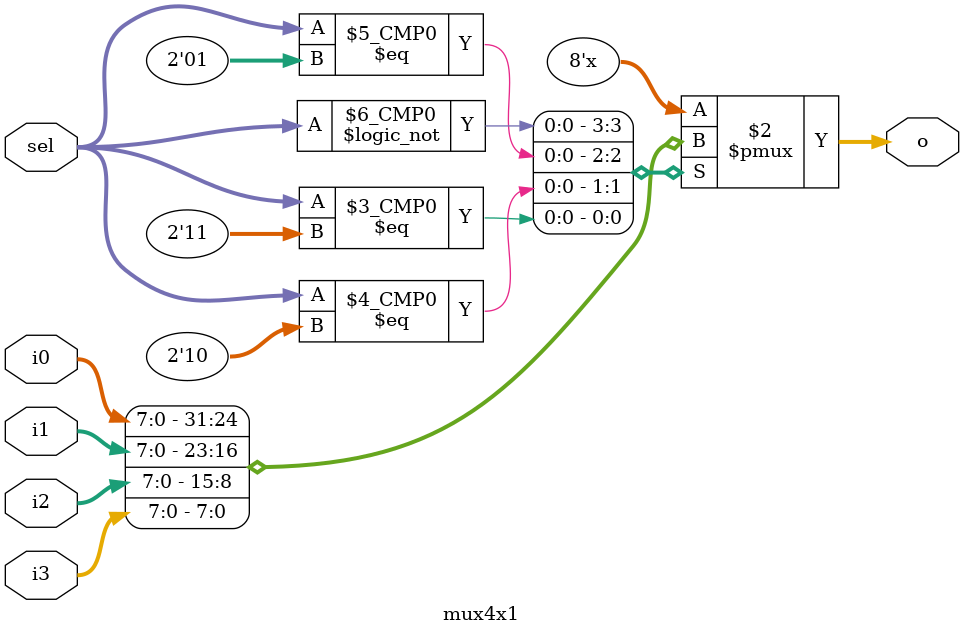
<source format=v>
module mux4x1 (
    output reg [7:0] o,     // Saída de 8 bits
    input [7:0] i0,         // Entrada 0
    input [7:0] i1,         // Entrada 1
    input [7:0] i2,         // Entrada 2
    input [7:0] i3,         // Entrada 3
    input [1:0] sel         // Seleção (2 bits)
);
    
    always @(*) begin
        case (sel)
            2'b00: o = i0;  // Seleciona a entrada 0
            2'b01: o = i1;  // Seleciona a entrada 1
            2'b10: o = i2;  // Seleciona a entrada 2
            2'b11: o = i3;  // Seleciona a entrada 3
            default: o = 8'b00000000; // Saída padrão
        endcase
    end

endmodule // mux4x1

</source>
